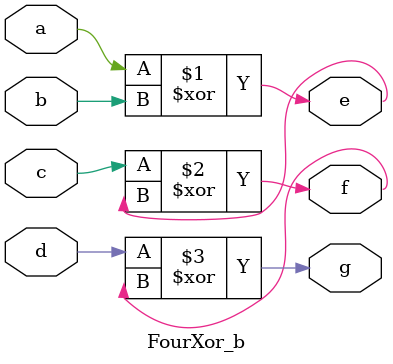
<source format=v>
`timescale 1ns / 1ps

module FourXor_b(
  input a, b, c, d,
  output e, f, g
  );

  assign e = a^b;
  assign f = c^e;
  assign g = d^f;

endmodule

</source>
